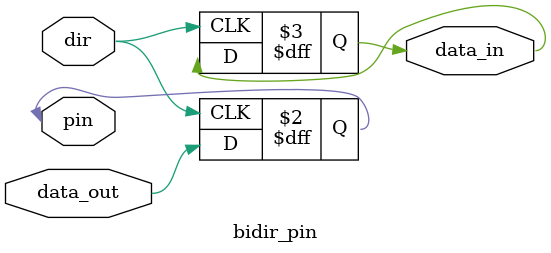
<source format=v>
module bidir_pin #(parameter WIDTH=1) (
    inout [WIDTH-1:0] pin,
    input dir,
    input [WIDTH-1:0] data_out,
    output reg [WIDTH-1:0] data_in
);
    always @ (posedge dir)
        begin
            if (dir)
                pin <= #1 data_out;
            else
                data_in <= #1 pin;
        end
endmodule
</source>
